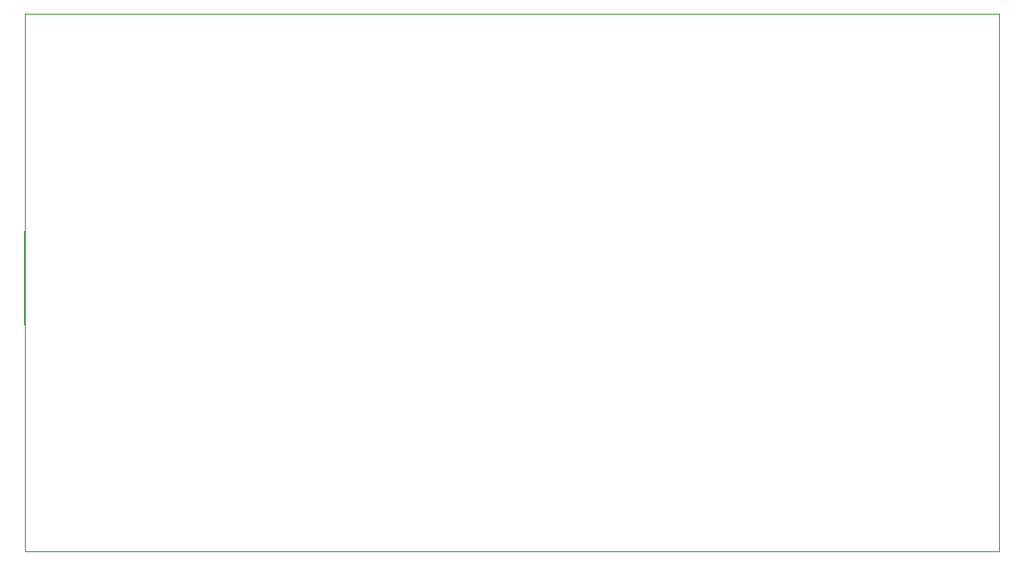
<source format=gbr>
%TF.GenerationSoftware,KiCad,Pcbnew,8.0.4*%
%TF.CreationDate,2024-10-15T03:41:12-05:00*%
%TF.ProjectId,FPP_10_8,4650505f-3130-45f3-982e-6b696361645f,rev?*%
%TF.SameCoordinates,Original*%
%TF.FileFunction,Profile,NP*%
%FSLAX46Y46*%
G04 Gerber Fmt 4.6, Leading zero omitted, Abs format (unit mm)*
G04 Created by KiCad (PCBNEW 8.0.4) date 2024-10-15 03:41:12*
%MOMM*%
%LPD*%
G01*
G04 APERTURE LIST*
%TA.AperFunction,Profile*%
%ADD10C,0.050000*%
%TD*%
%TA.AperFunction,Profile*%
%ADD11C,0.010000*%
%TD*%
G04 APERTURE END LIST*
D10*
X103750000Y-66400000D02*
X199750000Y-66400000D01*
X199750000Y-119400000D01*
X103750000Y-119400000D01*
X103750000Y-66400000D01*
D11*
%TO.C,J2*%
X103682500Y-87780000D02*
X103682500Y-97020000D01*
%TD*%
M02*

</source>
